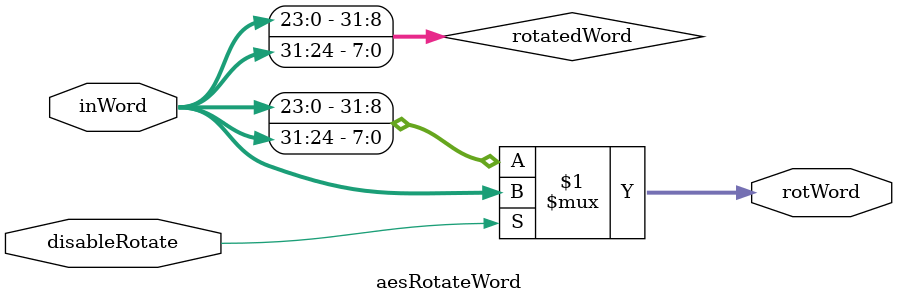
<source format=sv>
/*
* Contact : swann.l.ryan@gmail.com
* Purpose : This file contains the AES single word rotate operation. Basically
* a one byte logicl shift
*/

module aesRotateWord
		(input logic disableRotate,
		 input logic [31:0] inWord,
		 output logic [31:0] rotWord);

	 //Logic to store the rotated word
	 logic [31:0] rotatedWord;

	 //Barrel shift the rows one byte to the left
	 assign rotatedWord[7:0] = inWord[31:24];
	 assign rotatedWord[15:8] = inWord[7:0];
	 assign rotatedWord[23:16] = inWord[15:8];
	 assign rotatedWord[31:24] = inWord[23:16];

	//Ternary for selection of the disabled or nondisabled output
	//If disable is '1' then the output will not rotate and take the input.
	//If disable is '0' then the output will take a barrel shifted input.
	 assign rotWord = disableRotate ? inWord : rotatedWord;
endmodule

</source>
